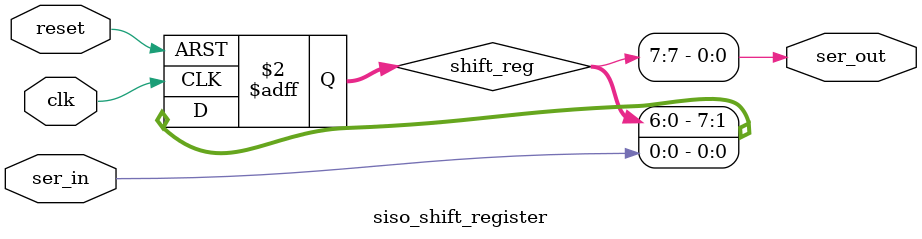
<source format=v>
`timescale 1ns / 1ps


module siso_shift_register(
    output ser_out,
    input ser_in,
    input reset,
    input clk

    );
    reg [7:0] shift_reg;  
    
    always @(posedge clk or posedge reset) begin
        if (reset) begin
            shift_reg <= 8'b0;
        end else begin
            shift_reg <= {shift_reg[6:0], ser_in};
        end
    end
    
    assign ser_out = shift_reg[7];
endmodule

</source>
